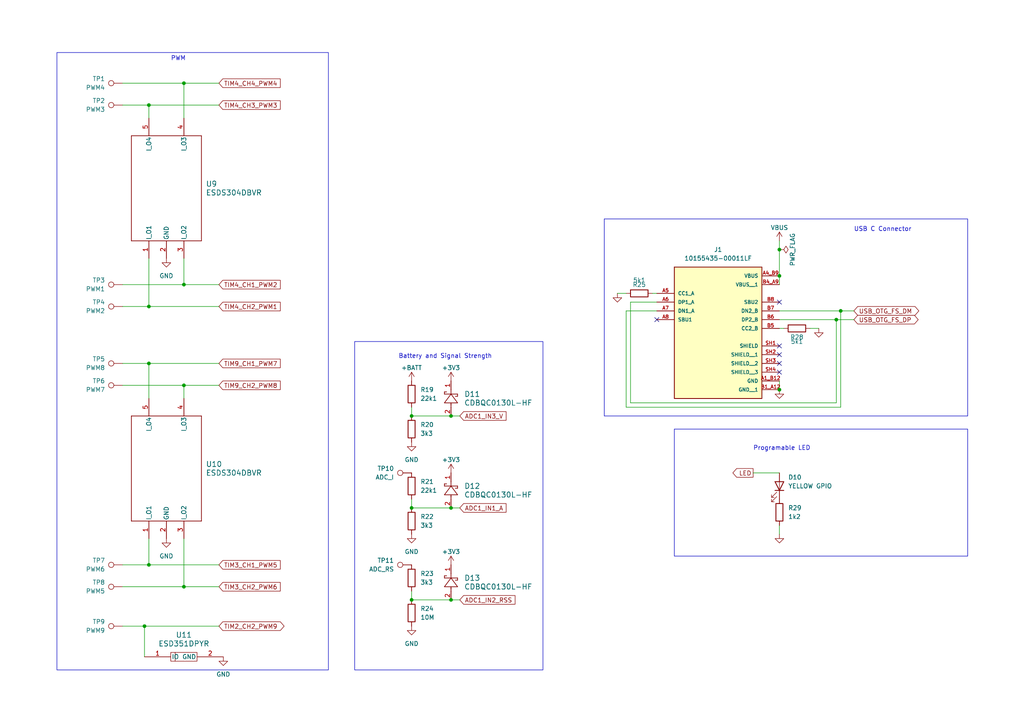
<source format=kicad_sch>
(kicad_sch (version 20231120) (generator "eeschema") (generator_version "8.0")
  (paper "A4")
  (lib_symbols
    (symbol "Connector:TestPoint" (pin_numbers hide) (pin_names (offset 0.762) hide)
      (property "Reference" "TP" (at 0 6.858 0))
      (property "Value" "TestPoint" (at 0 5.08 0))
      (symbol "TestPoint_0_1"
        (circle (center 0 3.302) (radius 0.762))
      )
      (symbol "TestPoint_1_1"
        (pin passive line (at 0 0 90) (length 2.54) (name "1") (number "1"))
      )
    )
    (symbol "Device:LED" (pin_numbers hide) (pin_names (offset 1.016) hide)
      (property "Reference" "D" (at 0 2.54 0))
      (property "Value" "LED" (at 0 -2.54 0))
      (symbol "LED_0_1"
        (polyline (pts (xy -1.27 -1.27) (xy -1.27 1.27)) (stroke (width 0.254)))
        (polyline (pts (xy -1.27 0) (xy 1.27 0)))
        (polyline (pts (xy 1.27 -1.27) (xy 1.27 1.27) (xy -1.27 0) (xy 1.27 -1.27)) (stroke (width 0.254)))
        (polyline (pts (xy -3.048 -0.762) (xy -4.572 -2.286) (xy -3.81 -2.286) (xy -4.572 -2.286) (xy -4.572 -1.524)))
        (polyline (pts (xy -1.778 -0.762) (xy -3.302 -2.286) (xy -2.54 -2.286) (xy -3.302 -2.286) (xy -3.302 -1.524)))
      )
      (symbol "LED_1_1"
        (pin passive line (at -3.81 0 0) (length 2.54) (name "K") (number "1"))
        (pin passive line (at 3.81 0 180) (length 2.54) (name "A") (number "2"))
      )
    )
    (symbol "Device:R" (pin_numbers hide) (pin_names (offset 0))
      (property "Reference" "R" (at 2.032 0 90))
      (property "Value" "R" (at 0 0 90))
      (symbol "R_0_1"
        (rectangle (start -1.016 -2.54) (end 1.016 2.54) (stroke (width 0.254)))
      )
      (symbol "R_1_1"
        (pin passive line (at 0 3.81 270) (length 1.27) (name "~") (number "1"))
        (pin passive line (at 0 -3.81 90) (length 1.27) (name "~") (number "2"))
      )
    )
    (symbol "GND_1" (power) (pin_names (offset 0))
      (property "Value" "GND_1" (at 0 -3.81 0))
      (symbol "GND_1_0_1"
        (polyline (pts (xy 0 0) (xy 0 -1.27) (xy 1.27 -1.27) (xy 0 -2.54) (xy -1.27 -1.27) (xy 0 -1.27)))
      )
      (symbol "GND_1_1_1"
        (pin power_in line (at 0 0 270) (length 0) hide (name "GND") (number "1"))
      )
    )
    (symbol "Project_Library:10155435-00011LF" (pin_names (offset 1.016))
      (property "Reference" "J" (at -12.7 13.462 0))
      (property "Value" "10155435-00011LF" (at -12.7 -26.162 0))
      (symbol "10155435-00011LF_0_0"
        (rectangle (start -12.7 -25.4) (end 12.7 12.7) (stroke (width 0.254)) (fill (type background)))
        (pin power_in line (at 17.78 -20.32 180) (length 5.08) (name "GND") (number "A1_B12"))
        (pin power_in line (at 17.78 10.16 180) (length 5.08) (name "VBUS") (number "A4_B9"))
        (pin bidirectional line (at -17.78 5.08 0) (length 5.08) (name "CC1_A") (number "A5"))
        (pin bidirectional line (at -17.78 2.54 0) (length 5.08) (name "DP1_A") (number "A6"))
        (pin bidirectional line (at -17.78 0 0) (length 5.08) (name "DN1_A") (number "A7"))
        (pin bidirectional line (at -17.78 -2.54 0) (length 5.08) (name "SBU1") (number "A8"))
        (pin power_in line (at 17.78 -22.86 180) (length 5.08) (name "GND__1") (number "B1_A12"))
        (pin power_in line (at 17.78 7.62 180) (length 5.08) (name "VBUS__1") (number "B4_A9"))
        (pin bidirectional line (at 17.78 -5.08 180) (length 5.08) (name "CC2_B") (number "B5"))
        (pin bidirectional line (at 17.78 -2.54 180) (length 5.08) (name "DP2_B") (number "B6"))
        (pin bidirectional line (at 17.78 0 180) (length 5.08) (name "DN2_B") (number "B7"))
        (pin bidirectional line (at 17.78 2.54 180) (length 5.08) (name "SBU2") (number "B8"))
        (pin passive line (at 17.78 -10.16 180) (length 5.08) (name "SHIELD") (number "SH1"))
        (pin passive line (at 17.78 -12.7 180) (length 5.08) (name "SHIELD__1") (number "SH2"))
        (pin passive line (at 17.78 -15.24 180) (length 5.08) (name "SHIELD__2") (number "SH3"))
        (pin passive line (at 17.78 -17.78 180) (length 5.08) (name "SHIELD__3") (number "SH4"))
      )
    )
    (symbol "Project_Library:CDBQC0130L-HF" (pin_names (offset 0.254))
      (property "Reference" "CR" (at 5.08 4.445 0))
      (property "Value" "CDBQC0130L-HF" (at 5.08 -3.81 0))
      (symbol "CDBQC0130L-HF_0_1"
        (polyline (pts (xy 2.54 0) (xy 3.4798 0)) (stroke (width 0.2032)))
        (polyline (pts (xy 3.175 0) (xy 3.81 0)) (stroke (width 0.2032)))
        (polyline (pts (xy 3.81 -1.905) (xy 6.35 0)) (stroke (width 0.2032)))
        (polyline (pts (xy 3.81 1.905) (xy 3.81 -1.905)) (stroke (width 0.2032)))
        (polyline (pts (xy 5.715 -1.905) (xy 5.715 -1.27)) (stroke (width 0.2032)))
        (polyline (pts (xy 6.35 -1.905) (xy 5.715 -1.905)) (stroke (width 0.2032)))
        (polyline (pts (xy 6.35 -1.905) (xy 6.35 1.905)) (stroke (width 0.2032)))
        (polyline (pts (xy 6.35 0) (xy 3.81 1.905)) (stroke (width 0.2032)))
        (polyline (pts (xy 6.35 0) (xy 7.62 0)) (stroke (width 0.2032)))
        (polyline (pts (xy 6.35 1.905) (xy 6.985 1.905)) (stroke (width 0.2032)))
        (polyline (pts (xy 6.985 1.905) (xy 6.985 1.27)) (stroke (width 0.2032)))
        (pin unspecified line (at 10.16 0 180) (length 2.54) (name "") (number "1"))
        (pin unspecified line (at 0 0 0) (length 2.54) (name "") (number "2"))
      )
    )
    (symbol "Project_Library:ESD351DPYR" (pin_names (offset 0.254))
      (property "Reference" "U8" (at 11.43 6.35 0))
      (property "Value" "ESD351DPYR" (at 11.43 3.81 0))
      (symbol "ESD351DPYR_0_1"
        (pin bidirectional line (at 0 0 0) (length 7.62) (name "IO") (number "1"))
        (pin power_in line (at 22.86 0 180) (length 7.62) (name "GND") (number "2"))
      )
      (symbol "ESD351DPYR_1_1"
        (polyline (pts (xy 8.89 1.27) (xy 8.89 -1.27)))
        (rectangle (start 7.62 1.27) (end 15.24 -1.27))
      )
    )
    (symbol "Project_Library:ESDS304DBVR" (pin_names (offset 0.254))
      (property "Reference" "U" (at 0 2.54 0))
      (property "Value" "ESDS304DBVR" (at 0 0 0))
      (symbol "ESDS304DBVR_0_1"
        (polyline (pts (xy -15.24 -10.16) (xy 15.24 -10.16)) (stroke (width 0.2032)))
        (polyline (pts (xy -15.24 10.16) (xy -15.24 -10.16)) (stroke (width 0.2032)))
        (polyline (pts (xy 15.24 -10.16) (xy 15.24 10.16)) (stroke (width 0.2032)))
        (polyline (pts (xy 15.24 10.16) (xy -15.24 10.16)) (stroke (width 0.2032)))
        (pin power_in line (at -20.32 0 0) (length 5.08) (name "GND") (number "2"))
        (pin bidirectional line (at 20.32 -5.08 180) (length 5.08) (name "I_O3") (number "4"))
        (pin bidirectional line (at 20.32 5.08 180) (length 5.08) (name "I_O4") (number "5"))
      )
      (symbol "ESDS304DBVR_1_1"
        (pin bidirectional line (at -20.32 5.08 0) (length 5.08) (name "I_O1") (number "1"))
        (pin bidirectional line (at -20.32 -5.08 0) (length 5.08) (name "I_O2") (number "3"))
      )
    )
    (symbol "power:+3V3" (power) (pin_names (offset 0))
      (property "Value" "+3V3" (at 0 3.556 0))
      (symbol "+3V3_0_1"
        (polyline (pts (xy -0.762 1.27) (xy 0 2.54)))
        (polyline (pts (xy 0 0) (xy 0 2.54)))
        (polyline (pts (xy 0 2.54) (xy 0.762 1.27)))
      )
      (symbol "+3V3_1_1"
        (pin power_in line (at 0 0 90) (length 0) hide (name "+3V3") (number "1"))
      )
    )
    (symbol "power:+BATT" (power) (pin_names (offset 0))
      (property "Value" "+BATT" (at 0 3.556 0))
      (symbol "+BATT_0_1"
        (polyline (pts (xy -0.762 1.27) (xy 0 2.54)))
        (polyline (pts (xy 0 0) (xy 0 2.54)))
        (polyline (pts (xy 0 2.54) (xy 0.762 1.27)))
      )
      (symbol "+BATT_1_1"
        (pin power_in line (at 0 0 90) (length 0) hide (name "+BATT") (number "1"))
      )
    )
    (symbol "power:GND" (power) (pin_names (offset 0))
      (property "Value" "GND" (at 0 -3.81 0))
      (symbol "GND_0_1"
        (polyline (pts (xy 0 0) (xy 0 -1.27) (xy 1.27 -1.27) (xy 0 -2.54) (xy -1.27 -1.27) (xy 0 -1.27)))
      )
      (symbol "GND_1_1"
        (pin power_in line (at 0 0 270) (length 0) hide (name "GND") (number "1"))
      )
    )
    (symbol "power:PWR_FLAG" (power) (pin_numbers hide) (pin_names (offset 0) hide)
      (property "Value" "PWR_FLAG" (at 0 3.81 0))
      (symbol "PWR_FLAG_0_0"
        (pin power_out line (at 0 0 90) (length 0) (name "pwr") (number "1"))
      )
      (symbol "PWR_FLAG_0_1"
        (polyline (pts (xy 0 0) (xy 0 1.27) (xy -1.016 1.905) (xy 0 2.54) (xy 1.016 1.905) (xy 0 1.27)))
      )
    )
    (symbol "power:VBUS" (power) (pin_names (offset 0))
      (property "Value" "VBUS" (at 0 3.81 0))
      (symbol "VBUS_0_1"
        (polyline (pts (xy -0.762 1.27) (xy 0 2.54)))
        (polyline (pts (xy 0 0) (xy 0 2.54)))
        (polyline (pts (xy 0 2.54) (xy 0.762 1.27)))
      )
      (symbol "VBUS_1_1"
        (pin power_in line (at 0 0 90) (length 0) hide (name "VBUS") (number "1"))
      )
    )
  )
  (junction (at 43.18 163.83))
  (junction (at 53.34 24.13))
  (junction (at 226.06 80.01))
  (junction (at 243.84 90.17))
  (junction (at 130.81 173.99))
  (junction (at 41.91 181.61))
  (junction (at 119.38 120.65))
  (junction (at 53.34 82.55))
  (junction (at 242.57 92.71))
  (junction (at 43.18 30.48))
  (junction (at 119.38 173.99))
  (junction (at 53.34 170.18))
  (junction (at 43.18 105.41))
  (junction (at 43.18 88.9))
  (junction (at 53.34 111.76))
  (junction (at 130.81 147.32))
  (junction (at 130.81 120.65))
  (junction (at 226.06 72.39))
  (junction (at 226.06 113.03))
  (junction (at 119.38 147.32))
  (no_connect (at 226.06 102.87))
  (no_connect (at 190.5 92.71))
  (no_connect (at 226.06 87.63))
  (no_connect (at 226.06 100.33))
  (no_connect (at 226.06 107.95))
  (no_connect (at 226.06 105.41))
  (wire (pts (xy 53.34 156.21) (xy 53.34 170.18)))
  (wire (pts (xy 43.18 163.83) (xy 63.5 163.83)))
  (wire (pts (xy 226.06 80.01) (xy 226.06 82.55)))
  (wire (pts (xy 35.56 88.9) (xy 43.18 88.9)))
  (wire (pts (xy 43.18 156.21) (xy 43.18 163.83)))
  (wire (pts (xy 130.81 147.32) (xy 133.35 147.32)))
  (wire (pts (xy 53.34 74.93) (xy 53.34 82.55)))
  (wire (pts (xy 41.91 181.61) (xy 63.5 181.61)))
  (wire (pts (xy 43.18 30.48) (xy 63.5 30.48)))
  (wire (pts (xy 226.06 152.4) (xy 226.06 154.94)))
  (wire (pts (xy 35.56 170.18) (xy 53.34 170.18)))
  (wire (pts (xy 35.56 24.13) (xy 53.34 24.13)))
  (wire (pts (xy 53.34 24.13) (xy 63.5 24.13)))
  (wire (pts (xy 242.57 92.71) (xy 247.65 92.71)))
  (wire (pts (xy 243.84 90.17) (xy 243.84 118.11)))
  (wire (pts (xy 35.56 111.76) (xy 53.34 111.76)))
  (wire (pts (xy 226.06 90.17) (xy 243.84 90.17)))
  (wire (pts (xy 53.34 24.13) (xy 53.34 34.29)))
  (wire (pts (xy 43.18 88.9) (xy 63.5 88.9)))
  (wire (pts (xy 119.38 173.99) (xy 130.81 173.99)))
  (wire (pts (xy 226.06 110.49) (xy 226.06 113.03)))
  (wire (pts (xy 35.56 181.61) (xy 41.91 181.61)))
  (wire (pts (xy 53.34 111.76) (xy 53.34 115.57)))
  (wire (pts (xy 226.06 95.25) (xy 227.33 95.25)))
  (wire (pts (xy 119.38 171.45) (xy 119.38 173.99)))
  (wire (pts (xy 181.61 90.17) (xy 190.5 90.17)))
  (wire (pts (xy 226.06 72.39) (xy 226.06 80.01)))
  (wire (pts (xy 53.34 82.55) (xy 63.5 82.55)))
  (wire (pts (xy 218.44 137.16) (xy 226.06 137.16)))
  (wire (pts (xy 119.38 120.65) (xy 130.81 120.65)))
  (wire (pts (xy 243.84 90.17) (xy 247.65 90.17)))
  (wire (pts (xy 43.18 30.48) (xy 43.18 34.29)))
  (wire (pts (xy 43.18 105.41) (xy 43.18 115.57)))
  (wire (pts (xy 130.81 173.99) (xy 133.35 173.99)))
  (wire (pts (xy 43.18 74.93) (xy 43.18 88.9)))
  (wire (pts (xy 181.61 118.11) (xy 181.61 90.17)))
  (wire (pts (xy 226.06 69.85) (xy 226.06 72.39)))
  (wire (pts (xy 182.88 87.63) (xy 182.88 116.84)))
  (wire (pts (xy 53.34 170.18) (xy 63.5 170.18)))
  (wire (pts (xy 181.61 85.09) (xy 179.07 85.09)))
  (wire (pts (xy 35.56 30.48) (xy 43.18 30.48)))
  (wire (pts (xy 35.56 82.55) (xy 53.34 82.55)))
  (wire (pts (xy 181.61 118.11) (xy 243.84 118.11)))
  (wire (pts (xy 119.38 147.32) (xy 130.81 147.32)))
  (wire (pts (xy 43.18 105.41) (xy 63.5 105.41)))
  (wire (pts (xy 130.81 120.65) (xy 133.35 120.65)))
  (wire (pts (xy 190.5 87.63) (xy 182.88 87.63)))
  (wire (pts (xy 119.38 144.78) (xy 119.38 147.32)))
  (wire (pts (xy 190.5 85.09) (xy 189.23 85.09)))
  (wire (pts (xy 53.34 111.76) (xy 63.5 111.76)))
  (wire (pts (xy 234.95 95.25) (xy 237.49 95.25)))
  (wire (pts (xy 226.06 92.71) (xy 242.57 92.71)))
  (wire (pts (xy 182.88 116.84) (xy 242.57 116.84)))
  (wire (pts (xy 35.56 105.41) (xy 43.18 105.41)))
  (wire (pts (xy 119.38 118.11) (xy 119.38 120.65)))
  (wire (pts (xy 35.56 163.83) (xy 43.18 163.83)))
  (wire (pts (xy 242.57 92.71) (xy 242.57 116.84)))
  (wire (pts (xy 41.91 181.61) (xy 41.91 190.5)))
  (rectangle (start 195.58 124.46) (end 280.67 161.29))
  (rectangle (start 16.51 15.24) (end 95.25 194.31))
  (rectangle (start 102.87 99.06) (end 157.48 194.31))
  (rectangle (start 175.26 63.5) (end 280.67 120.65))
  (text "Battery and Signal Strength" (at 115.57 104.14 0) (effects (font (size 1.27 1.27)) (justify left bottom)))
  (text "Programable LED" (at 218.44 130.81 0) (effects (font (size 1.27 1.27)) (justify left bottom)))
  (text "PWM" (at 49.53 17.78 0) (effects (font (size 1.27 1.27)) (justify left bottom)))
  (text "USB C Connector" (at 247.65 67.31 0) (effects (font (size 1.27 1.27)) (justify left bottom)))
  (global_label "LED" (shape output) (at 218.44 137.16 180) (property "Intersheetrefs" "${INTERSHEET_REFS}" (effects (hide yes))))
  (global_label "TIM4_CH3_PWM3" (shape input) (at 63.5 30.48 0) (property "Intersheetrefs" "${INTERSHEET_REFS}" (effects (hide yes))))
  (global_label "TIM4_CH2_PWM1" (shape input) (at 63.5 88.9 0) (property "Intersheetrefs" "${INTERSHEET_REFS}" (effects (hide yes))))
  (global_label "TIM3_CH2_PWM6" (shape input) (at 63.5 170.18 0) (property "Intersheetrefs" "${INTERSHEET_REFS}" (effects (hide yes))))
  (global_label "USB_OTG_FS_DP" (shape bidirectional) (at 247.65 92.71 0) (property "Intersheetrefs" "${INTERSHEET_REFS}" (effects (hide yes))))
  (global_label "TIM9_CH1_PWM7" (shape input) (at 63.5 105.41 0) (property "Intersheetrefs" "${INTERSHEET_REFS}" (effects (hide yes))))
  (global_label "TIM4_CH4_PWM4" (shape input) (at 63.5 24.13 0) (property "Intersheetrefs" "${INTERSHEET_REFS}" (effects (hide yes))))
  (global_label "TIM2_CH2_PWM9" (shape bidirectional) (at 63.5 181.61 0) (property "Intersheetrefs" "${INTERSHEET_REFS}" (effects (hide yes))))
  (global_label "TIM3_CH1_PWM5" (shape input) (at 63.5 163.83 0) (property "Intersheetrefs" "${INTERSHEET_REFS}" (effects (hide yes))))
  (global_label "ADC1_IN2_RSS" (shape input) (at 133.35 173.99 0) (property "Intersheetrefs" "${INTERSHEET_REFS}" (effects (hide yes))))
  (global_label "USB_OTG_FS_DM" (shape bidirectional) (at 247.65 90.17 0) (property "Intersheetrefs" "${INTERSHEET_REFS}" (effects (hide yes))))
  (global_label "TIM9_CH2_PWM8" (shape input) (at 63.5 111.76 0) (property "Intersheetrefs" "${INTERSHEET_REFS}" (effects (hide yes))))
  (global_label "ADC1_IN1_A" (shape input) (at 133.35 147.32 0) (property "Intersheetrefs" "${INTERSHEET_REFS}" (effects (hide yes))))
  (global_label "TIM4_CH1_PWM2" (shape input) (at 63.5 82.55 0) (property "Intersheetrefs" "${INTERSHEET_REFS}" (effects (hide yes))))
  (global_label "ADC1_IN3_V" (shape input) (at 133.35 120.65 0) (property "Intersheetrefs" "${INTERSHEET_REFS}" (effects (hide yes))))
  (symbol (lib_id "power:GND") (at 64.77 190.5 0) (unit 1)
    (property "Reference" "#PWR0170" (effects (hide yes)))
    (property "Value" "GND" (at 64.77 195.58 0))
  )
  (symbol (lib_id "power:GND") (at 119.38 128.27 0) (unit 1)
    (property "Reference" "#PWR0172" (effects (hide yes)))
    (property "Value" "GND" (at 119.38 133.35 0))
  )
  (symbol (lib_id "Connector:TestPoint") (at 35.56 30.48 90) (unit 1)
    (property "Reference" "TP2" (at 30.48 29.21 90) (effects (justify left)))
    (property "Value" "PWM3" (at 30.48 31.75 90) (effects (justify left)))
    (property "Footprint" "Project:TestPoint_Pad_1.0x1.5mm" (effects (hide yes)))
    (property "Note" "DNP" (effects (hide yes)))
    (property "Assemby" "Copper pad: no assembly required" (effects (hide yes)))
  )
  (symbol (lib_id "power:GND") (at 226.06 113.03 0) (unit 1)
    (property "Reference" "#PWR0177" (effects (hide yes)))
    (property "Value" "GND" (effects (hide yes)))
  )
  (symbol (lib_id "Device:R") (at 119.38 151.13 0) (unit 1)
    (property "Reference" "R22" (at 121.92 149.86 0) (effects (justify left)))
    (property "Value" "3k3" (at 121.92 152.4 0) (effects (justify left)))
    (property "Footprint" "Project:R_0201_0603Metric" (effects (hide yes)))
    (property "Tolerance" "1%" (effects (hide yes)))
    (property "Manufactorer" "YAGEO" (effects (hide yes)))
    (property "Part Number" "RC0201FR-073K3L" (effects (hide yes)))
  )
  (symbol (lib_id "power:+BATT") (at 119.38 110.49 0) (unit 1)
    (property "Reference" "#PWR0171" (effects (hide yes)))
    (property "Value" "+BATT" (at 119.38 106.68 0))
  )
  (symbol (lib_id "power:PWR_FLAG") (at 226.06 72.39 270) (unit 1)
    (property "Reference" "#FLG0106" (effects (hide yes)))
    (property "Value" "PWR_FLAG" (at 229.87 72.39 0))
  )
  (symbol (lib_id "Project_Library:ESD351DPYR") (at 41.91 190.5 0) (unit 1)
    (property "Reference" "U11" (at 53.34 184.15 0) (effects (font (size 1.524 1.524))))
    (property "Value" "ESD351DPYR" (at 53.34 186.69 0) (effects (font (size 1.524 1.524))))
    (property "Footprint" "Project:DPY2_TEX" (effects (hide yes)))
    (property "Datasheet" "ESD351DPYR" (effects (hide yes)))
    (property "Manufactorer" "TI" (effects (hide yes)))
    (property "Part Number" "ESD351DPYR" (effects (hide yes)))
  )
  (symbol (lib_id "Connector:TestPoint") (at 35.56 105.41 90) (unit 1)
    (property "Reference" "TP5" (at 30.48 104.14 90) (effects (justify left)))
    (property "Value" "PWM8" (at 30.48 106.68 90) (effects (justify left)))
    (property "Footprint" "Project:TestPoint_Pad_1.0x1.5mm" (effects (hide yes)))
    (property "Note" "DNP" (effects (hide yes)))
    (property "Assemby" "Copper pad: no assembly required" (effects (hide yes)))
  )
  (symbol (lib_id "power:GND") (at 48.26 156.21 0) (unit 1)
    (property "Reference" "#PWR0169" (effects (hide yes)))
    (property "Value" "GND" (at 48.26 161.29 0))
  )
  (symbol (lib_id "power:GND") (at 48.26 74.93 0) (unit 1)
    (property "Reference" "#PWR0168" (effects (hide yes)))
    (property "Value" "GND" (at 48.26 80.01 0))
  )
  (symbol (lib_id "Connector:TestPoint") (at 35.56 163.83 90) (unit 1)
    (property "Reference" "TP7" (at 30.48 162.56 90) (effects (justify left)))
    (property "Value" "PWM6" (at 30.48 165.1 90) (effects (justify left)))
    (property "Footprint" "Project:TestPoint_Pad_1.0x1.5mm" (effects (hide yes)))
    (property "Note" "DNP" (effects (hide yes)))
    (property "Assemby" "Copper pad: no assembly required" (effects (hide yes)))
  )
  (symbol (lib_id "Device:R") (at 119.38 140.97 0) (unit 1)
    (property "Reference" "R21" (at 121.92 139.7 0) (effects (justify left)))
    (property "Value" "22k1" (at 121.92 142.24 0) (effects (justify left)))
    (property "Footprint" "Project:R_0201_0603Metric" (effects (hide yes)))
    (property "Tolerance" "1%" (effects (hide yes)))
    (property "Manufactorer" "YAGEO" (effects (hide yes)))
    (property "Part Number" "RC0201FR-0722K1L" (effects (hide yes)))
  )
  (symbol (lib_id "Device:R") (at 185.42 85.09 270) (unit 1)
    (property "Reference" "R25" (at 185.42 82.55 90))
    (property "Value" "5k1" (at 185.42 81.28 90))
    (property "Footprint" "Project:R_0201_0603Metric" (effects (hide yes)))
    (property "Manufactorer" "YAGEO" (effects (hide yes)))
    (property "Part Number" "RC0402FR-075K1L" (effects (hide yes)))
    (property "Tolerance" "1%" (effects (hide yes)))
  )
  (symbol (lib_id "Project_Library:ESDS304DBVR") (at 48.26 135.89 90) (unit 1)
    (property "Reference" "U10" (at 59.69 134.62 90) (effects (font (size 1.524 1.524)) (justify right)))
    (property "Value" "ESDS304DBVR" (at 59.69 137.16 90) (effects (font (size 1.524 1.524)) (justify right)))
    (property "Footprint" "Project:DBV0005A_L" (effects (hide yes)))
    (property "Datasheet" "ESDS304DBVR" (effects (hide yes)))
    (property "Manufactorer" "TI" (effects (hide yes)))
    (property "Part Number" "ESDS304DBVR" (effects (hide yes)))
  )
  (symbol (lib_id "power:GND") (at 119.38 181.61 0) (unit 1)
    (property "Reference" "#PWR0174" (effects (hide yes)))
    (property "Value" "GND" (at 119.38 186.69 0))
  )
  (symbol (lib_id "Device:R") (at 231.14 95.25 270) (unit 1)
    (property "Reference" "R28" (at 231.14 97.79 90))
    (property "Value" "5k1" (at 231.14 99.06 90))
    (property "Footprint" "Project:R_0201_0603Metric" (effects (hide yes)))
    (property "Manufactorer" "YAGEO" (effects (hide yes)))
    (property "Part Number" "RC0402FR-075K1L" (effects (hide yes)))
    (property "Tolerance" "1%" (effects (hide yes)))
  )
  (symbol (lib_id "power:+3V3") (at 130.81 110.49 0) (unit 1)
    (property "Reference" "#PWR021" (effects (hide yes)))
    (property "Value" "+3V3" (at 130.81 106.68 0))
  )
  (symbol (lib_id "Project_Library:CDBQC0130L-HF") (at 130.81 173.99 90) (unit 1)
    (property "Reference" "D13" (at 134.62 167.64 90) (effects (font (size 1.524 1.524)) (justify right)))
    (property "Value" "CDBQC0130L-HF" (at 134.62 170.18 90) (effects (font (size 1.524 1.524)) (justify right)))
    (property "Footprint" "Project:SDO_0201-DFN0603_CIP" (effects (hide yes)))
    (property "Datasheet" "CDBQC0130L-HF" (effects (hide yes)))
    (property "Manufactorer" "Comchip" (effects (hide yes)))
    (property "Part Number" "CDBQC0130L-HF" (effects (hide yes)))
  )
  (symbol (lib_id "Project_Library:ESDS304DBVR") (at 48.26 54.61 90) (unit 1)
    (property "Reference" "U9" (at 59.69 53.34 90) (effects (font (size 1.524 1.524)) (justify right)))
    (property "Value" "ESDS304DBVR" (at 59.69 55.88 90) (effects (font (size 1.524 1.524)) (justify right)))
    (property "Footprint" "Project:DBV0005A_L" (effects (hide yes)))
    (property "Datasheet" "ESDS304DBVR" (effects (hide yes)))
    (property "Manufactorer" "TI" (effects (hide yes)))
    (property "Part Number" "ESDS304DBVR" (effects (hide yes)))
  )
  (symbol (lib_id "Connector:TestPoint") (at 35.56 24.13 90) (unit 1) (in_bom no)
    (property "Reference" "TP1" (at 30.48 22.86 90) (effects (justify left)))
    (property "Value" "PWM4" (at 30.48 25.4 90) (effects (justify left)))
    (property "Footprint" "Project:TestPoint_Pad_1.0x1.5mm" (effects (hide yes)))
    (property "Note" "DNP" (effects (hide yes)))
    (property "Assemby" "Copper pad: no assembly required" (effects (hide yes)))
  )
  (symbol (lib_id "power:GND") (at 179.07 85.09 0) (unit 1)
    (property "Reference" "#PWR0175" (effects (hide yes)))
    (property "Value" "GND" (effects (hide yes)))
  )
  (symbol (lib_id "Connector:TestPoint") (at 35.56 82.55 90) (unit 1)
    (property "Reference" "TP3" (at 30.48 81.28 90) (effects (justify left)))
    (property "Value" "PWM1" (at 30.48 83.82 90) (effects (justify left)))
    (property "Footprint" "Project:TestPoint_Pad_1.0x1.5mm" (effects (hide yes)))
    (property "Note" "DNP" (effects (hide yes)))
    (property "Assemby" "Copper pad: no assembly required" (effects (hide yes)))
  )
  (symbol (lib_id "Device:R") (at 119.38 114.3 0) (unit 1)
    (property "Reference" "R19" (at 121.92 113.03 0) (effects (justify left)))
    (property "Value" "22k1" (at 121.92 115.57 0) (effects (justify left)))
    (property "Footprint" "Project:R_0201_0603Metric" (effects (hide yes)))
    (property "Tolerance" "1%" (effects (hide yes)))
    (property "Manufactorer" "YAGEO" (effects (hide yes)))
    (property "Part Number" "RC0201FR-0722K1L" (effects (hide yes)))
  )
  (symbol (lib_id "Device:R") (at 119.38 177.8 0) (unit 1)
    (property "Reference" "R24" (at 121.92 176.53 0) (effects (justify left)))
    (property "Value" "10M" (at 121.92 179.07 0) (effects (justify left)))
    (property "Footprint" "Project:R_0201_0603Metric" (effects (hide yes)))
    (property "Tolerance" "5%" (effects (hide yes)))
    (property "Manufactorer" "YAGEO" (effects (hide yes)))
    (property "Part Number" "RC0201JR-0710ML" (effects (hide yes)))
  )
  (symbol (lib_id "power:GND") (at 237.49 95.25 0) (unit 1)
    (property "Reference" "#PWR0179" (effects (hide yes)))
    (property "Value" "GND" (effects (hide yes)))
  )
  (symbol (lib_id "power:VBUS") (at 226.06 69.85 0) (unit 1)
    (property "Reference" "#PWR0176" (effects (hide yes)))
    (property "Value" "VBUS" (at 226.06 66.04 0))
  )
  (symbol (lib_id "power:+3V3") (at 130.81 137.16 0) (unit 1)
    (property "Reference" "#PWR022" (effects (hide yes)))
    (property "Value" "+3V3" (at 130.81 133.35 0))
  )
  (symbol (lib_id "Connector:TestPoint") (at 35.56 181.61 90) (unit 1)
    (property "Reference" "TP9" (at 30.48 180.34 90) (effects (justify left)))
    (property "Value" "PWM9" (at 30.48 182.88 90) (effects (justify left)))
    (property "Footprint" "Project:TestPoint_Pad_1.0x1.5mm" (effects (hide yes)))
    (property "Note" "DNP" (effects (hide yes)))
    (property "Assemby" "Copper pad: no assembly required" (effects (hide yes)))
  )
  (symbol (lib_id "power:GND") (at 119.38 154.94 0) (unit 1)
    (property "Reference" "#PWR0173" (effects (hide yes)))
    (property "Value" "GND" (at 119.38 160.02 0))
  )
  (symbol (lib_id "Project_Library:CDBQC0130L-HF") (at 130.81 147.32 90) (unit 1)
    (property "Reference" "D12" (at 134.62 140.97 90) (effects (font (size 1.524 1.524)) (justify right)))
    (property "Value" "CDBQC0130L-HF" (at 134.62 143.51 90) (effects (font (size 1.524 1.524)) (justify right)))
    (property "Footprint" "Project:SDO_0201-DFN0603_CIP" (effects (hide yes)))
    (property "Datasheet" "CDBQC0130L-HF" (effects (hide yes)))
    (property "Manufactorer" "Comchip" (effects (hide yes)))
    (property "Part Number" "CDBQC0130L-HF" (effects (hide yes)))
  )
  (symbol (lib_id "Connector:TestPoint") (at 35.56 111.76 90) (unit 1)
    (property "Reference" "TP6" (at 30.48 110.49 90) (effects (justify left)))
    (property "Value" "PWM7" (at 30.48 113.03 90) (effects (justify left)))
    (property "Footprint" "Project:TestPoint_Pad_1.0x1.5mm" (effects (hide yes)))
    (property "Note" "DNP" (effects (hide yes)))
    (property "Assemby" "Copper pad: no assembly required" (effects (hide yes)))
  )
  (symbol (lib_id "Connector:TestPoint") (at 119.38 163.83 90) (unit 1)
    (property "Reference" "TP11" (at 114.3 162.56 90) (effects (justify left)))
    (property "Value" "ADC_RS" (at 114.3 165.1 90) (effects (justify left)))
    (property "Footprint" "Project:TestPoint_Pad_1.0x1.5mm" (effects (hide yes)))
    (property "Note" "DNP" (effects (hide yes)))
    (property "Assemby" "Copper pad: no assembly required" (effects (hide yes)))
  )
  (symbol (lib_id "Device:R") (at 226.06 148.59 180) (unit 1)
    (property "Reference" "R29" (at 228.6 147.32 0) (effects (justify right)))
    (property "Value" "1k2" (at 228.6 149.86 0) (effects (justify right)))
    (property "Footprint" "Project:R_0201_0603Metric" (effects (hide yes)))
    (property "Manufactorer" "YAGEO" (effects (hide yes)))
    (property "Part Number" "RC0402FR-071K5L" (effects (hide yes)))
    (property "Tolerance" "1%" (effects (hide yes)))
  )
  (symbol (lib_id "Connector:TestPoint") (at 35.56 88.9 90) (unit 1)
    (property "Reference" "TP4" (at 30.48 87.63 90) (effects (justify left)))
    (property "Value" "PWM2" (at 30.48 90.17 90) (effects (justify left)))
    (property "Footprint" "Project:TestPoint_Pad_1.0x1.5mm" (effects (hide yes)))
    (property "Note" "DNP" (effects (hide yes)))
    (property "Assemby" "Copper pad: no assembly required" (effects (hide yes)))
  )
  (symbol (lib_id "Project_Library:CDBQC0130L-HF") (at 130.81 120.65 90) (unit 1)
    (property "Reference" "D11" (at 134.62 114.3 90) (effects (font (size 1.524 1.524)) (justify right)))
    (property "Value" "CDBQC0130L-HF" (at 134.62 116.84 90) (effects (font (size 1.524 1.524)) (justify right)))
    (property "Footprint" "Project:SDO_0201-DFN0603_CIP" (effects (hide yes)))
    (property "Datasheet" "CDBQC0130L-HF" (effects (hide yes)))
    (property "Manufactorer" "Comchip" (effects (hide yes)))
    (property "Part Number" "CDBQC0130L-HF" (effects (hide yes)))
  )
  (symbol (lib_id "Project_Library:10155435-00011LF") (at 208.28 90.17 0) (unit 1)
    (property "Reference" "J1" (at 208.28 72.39 0))
    (property "Value" "10155435-00011LF" (at 208.28 74.93 0))
    (property "Footprint" "Project:AMPHENOL_10155435-00011LF" (effects (hide yes)))
    (property "Manufactorer" "Amphenol" (effects (hide yes)))
    (property "Part Number" "10155435-00011LF" (effects (hide yes)))
  )
  (symbol (lib_id "Device:R") (at 119.38 167.64 0) (unit 1)
    (property "Reference" "R23" (at 121.92 166.37 0) (effects (justify left)))
    (property "Value" "3k3" (at 121.92 168.91 0) (effects (justify left)))
    (property "Footprint" "Project:R_0201_0603Metric" (effects (hide yes)))
    (property "Manufactorer" "YAGEO" (effects (hide yes)))
    (property "Part Number" "RC0201FR-073K3L" (effects (hide yes)))
    (property "Tolerance" "1%" (effects (hide yes)))
  )
  (symbol (lib_id "Connector:TestPoint") (at 35.56 170.18 90) (unit 1)
    (property "Reference" "TP8" (at 30.48 168.91 90) (effects (justify left)))
    (property "Value" "PWM5" (at 30.48 171.45 90) (effects (justify left)))
    (property "Footprint" "Project:TestPoint_Pad_1.0x1.5mm" (effects (hide yes)))
    (property "Note" "DNP" (effects (hide yes)))
    (property "Assemby" "Copper pad: no assembly required" (effects (hide yes)))
  )
  (symbol (lib_id "Device:R") (at 119.38 124.46 0) (unit 1)
    (property "Reference" "R20" (at 121.92 123.19 0) (effects (justify left)))
    (property "Value" "3k3" (at 121.92 125.73 0) (effects (justify left)))
    (property "Footprint" "Project:R_0201_0603Metric" (effects (hide yes)))
    (property "Tolerance" "1%" (effects (hide yes)))
    (property "Manufactorer" "YAGEO" (effects (hide yes)))
    (property "Part Number" "RC0201FR-073K3L" (effects (hide yes)))
  )
  (symbol (lib_id "power:+3V3") (at 130.81 163.83 0) (unit 1)
    (property "Reference" "#PWR023" (effects (hide yes)))
    (property "Value" "+3V3" (at 130.81 160.02 0))
  )
  (symbol (lib_id "Connector:TestPoint") (at 119.38 137.16 90) (unit 1)
    (property "Reference" "TP10" (at 114.3 135.89 90) (effects (justify left)))
    (property "Value" "ADC_I" (at 114.3 138.43 90) (effects (justify left)))
    (property "Footprint" "Project:TestPoint_Pad_1.0x1.5mm" (effects (hide yes)))
    (property "Note" "DNP" (effects (hide yes)))
    (property "Assemby" "Copper pad: no assembly required" (effects (hide yes)))
  )
  (symbol (lib_name "GND_1") (lib_id "power:GND") (at 226.06 154.94 0) (unit 1)
    (property "Reference" "#PWR0178" (effects (hide yes)))
    (property "Value" "GND" (effects (hide yes)))
  )
  (symbol (lib_id "Device:LED") (at 226.06 140.97 270) (mirror x) (unit 1)
    (property "Reference" "D10" (at 228.6 138.43 90) (effects (justify left)))
    (property "Value" "YELLOW GPIO" (at 228.6 140.97 90) (effects (justify left)))
    (property "Footprint" "Project:LED_0402_1005Metric" (effects (hide yes)))
    (property "Color" "Yellow" (effects (hide yes)))
    (property "Manufactorer" "Vishay" (effects (hide yes)))
    (property "Part Number" "VLMY1500-GS08" (effects (hide yes)))
  )
)
</source>
